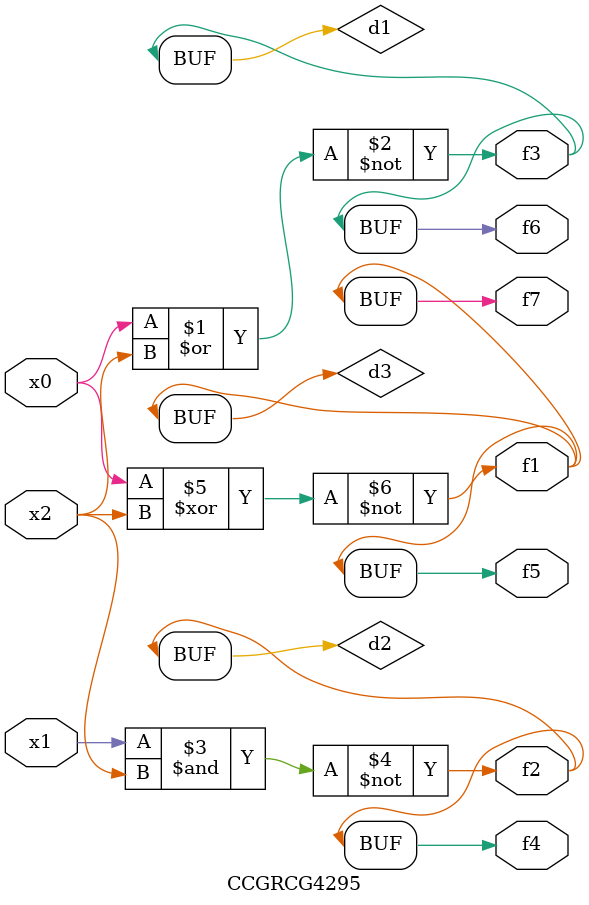
<source format=v>
module CCGRCG4295(
	input x0, x1, x2,
	output f1, f2, f3, f4, f5, f6, f7
);

	wire d1, d2, d3;

	nor (d1, x0, x2);
	nand (d2, x1, x2);
	xnor (d3, x0, x2);
	assign f1 = d3;
	assign f2 = d2;
	assign f3 = d1;
	assign f4 = d2;
	assign f5 = d3;
	assign f6 = d1;
	assign f7 = d3;
endmodule

</source>
